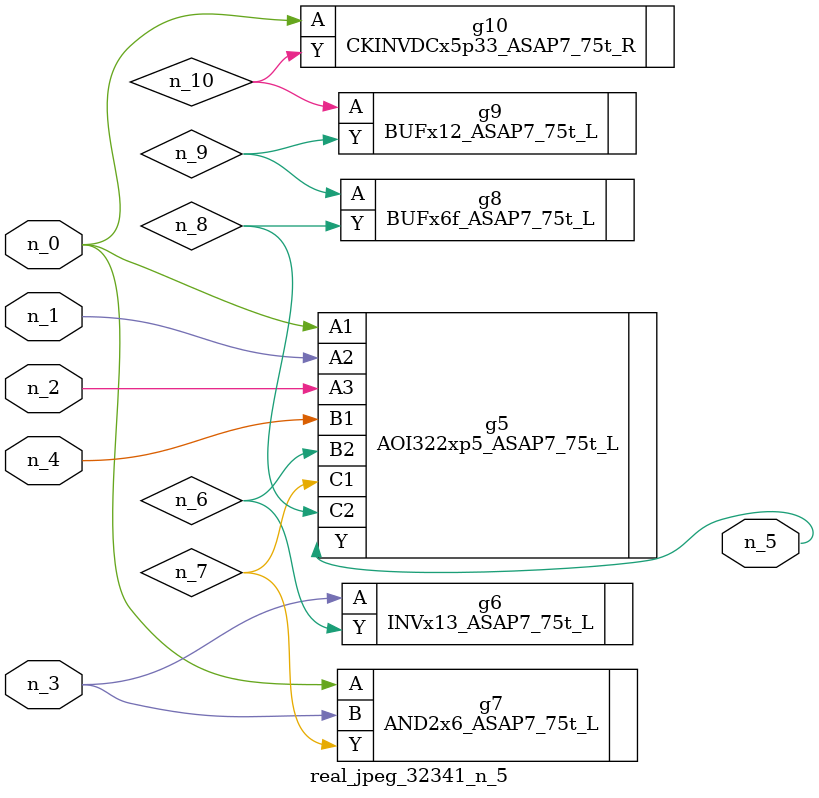
<source format=v>
module real_jpeg_32341_n_5 (n_4, n_0, n_1, n_2, n_3, n_5);

input n_4;
input n_0;
input n_1;
input n_2;
input n_3;

output n_5;

wire n_8;
wire n_6;
wire n_7;
wire n_10;
wire n_9;

AOI322xp5_ASAP7_75t_L g5 ( 
.A1(n_0),
.A2(n_1),
.A3(n_2),
.B1(n_4),
.B2(n_6),
.C1(n_7),
.C2(n_8),
.Y(n_5)
);

AND2x6_ASAP7_75t_L g7 ( 
.A(n_0),
.B(n_3),
.Y(n_7)
);

CKINVDCx5p33_ASAP7_75t_R g10 ( 
.A(n_0),
.Y(n_10)
);

INVx13_ASAP7_75t_L g6 ( 
.A(n_3),
.Y(n_6)
);

BUFx6f_ASAP7_75t_L g8 ( 
.A(n_9),
.Y(n_8)
);

BUFx12_ASAP7_75t_L g9 ( 
.A(n_10),
.Y(n_9)
);


endmodule
</source>
